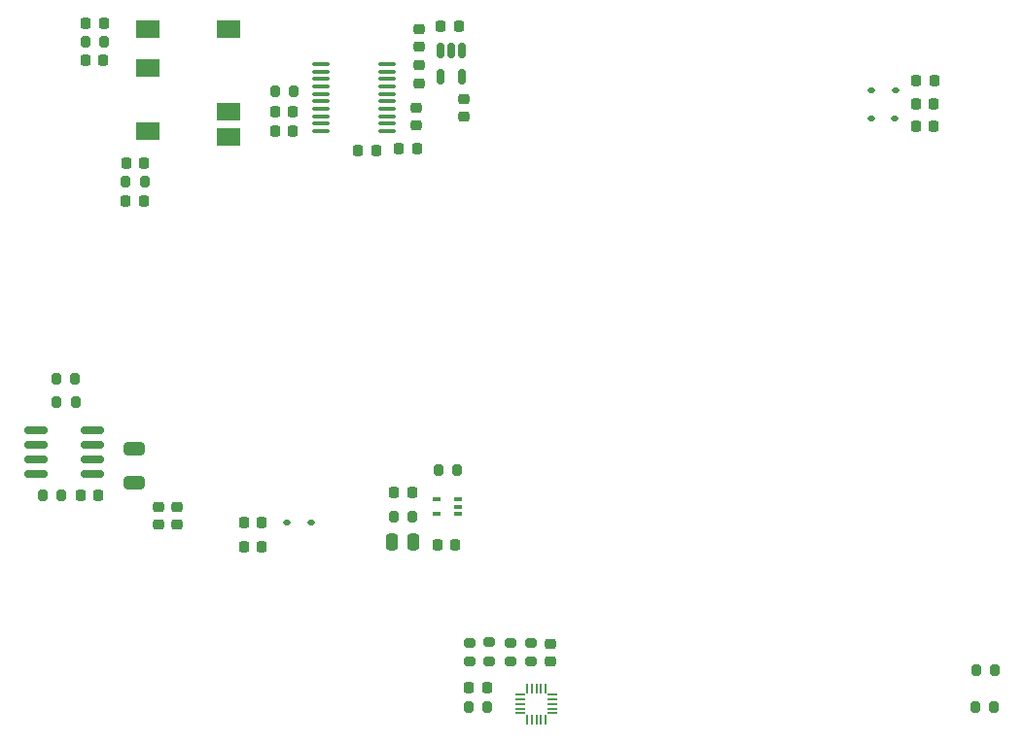
<source format=gbr>
%TF.GenerationSoftware,KiCad,Pcbnew,8.0.5*%
%TF.CreationDate,2024-11-07T12:09:30+00:00*%
%TF.ProjectId,RLab Keyboard,524c6162-204b-4657-9962-6f6172642e6b,rev?*%
%TF.SameCoordinates,Original*%
%TF.FileFunction,Paste,Top*%
%TF.FilePolarity,Positive*%
%FSLAX46Y46*%
G04 Gerber Fmt 4.6, Leading zero omitted, Abs format (unit mm)*
G04 Created by KiCad (PCBNEW 8.0.5) date 2024-11-07 12:09:30*
%MOMM*%
%LPD*%
G01*
G04 APERTURE LIST*
G04 Aperture macros list*
%AMRoundRect*
0 Rectangle with rounded corners*
0 $1 Rounding radius*
0 $2 $3 $4 $5 $6 $7 $8 $9 X,Y pos of 4 corners*
0 Add a 4 corners polygon primitive as box body*
4,1,4,$2,$3,$4,$5,$6,$7,$8,$9,$2,$3,0*
0 Add four circle primitives for the rounded corners*
1,1,$1+$1,$2,$3*
1,1,$1+$1,$4,$5*
1,1,$1+$1,$6,$7*
1,1,$1+$1,$8,$9*
0 Add four rect primitives between the rounded corners*
20,1,$1+$1,$2,$3,$4,$5,0*
20,1,$1+$1,$4,$5,$6,$7,0*
20,1,$1+$1,$6,$7,$8,$9,0*
20,1,$1+$1,$8,$9,$2,$3,0*%
%AMFreePoly0*
4,1,14,0.354215,0.088284,0.450784,-0.008285,0.462500,-0.036569,0.462500,-0.060000,0.450784,-0.088284,0.422500,-0.100000,-0.422500,-0.100000,-0.450784,-0.088284,-0.462500,-0.060000,-0.462500,0.060000,-0.450784,0.088284,-0.422500,0.100000,0.325931,0.100000,0.354215,0.088284,0.354215,0.088284,$1*%
%AMFreePoly1*
4,1,14,0.450784,0.088284,0.462500,0.060000,0.462500,0.036569,0.450784,0.008285,0.354215,-0.088284,0.325931,-0.100000,-0.422500,-0.100000,-0.450784,-0.088284,-0.462500,-0.060000,-0.462500,0.060000,-0.450784,0.088284,-0.422500,0.100000,0.422500,0.100000,0.450784,0.088284,0.450784,0.088284,$1*%
%AMFreePoly2*
4,1,14,0.088284,0.450784,0.100000,0.422500,0.100000,-0.422500,0.088284,-0.450784,0.060000,-0.462500,-0.060000,-0.462500,-0.088284,-0.450784,-0.100000,-0.422500,-0.100000,0.325931,-0.088284,0.354215,0.008285,0.450784,0.036569,0.462500,0.060000,0.462500,0.088284,0.450784,0.088284,0.450784,$1*%
%AMFreePoly3*
4,1,14,-0.008285,0.450784,0.088284,0.354215,0.100000,0.325931,0.100000,-0.422500,0.088284,-0.450784,0.060000,-0.462500,-0.060000,-0.462500,-0.088284,-0.450784,-0.100000,-0.422500,-0.100000,0.422500,-0.088284,0.450784,-0.060000,0.462500,-0.036569,0.462500,-0.008285,0.450784,-0.008285,0.450784,$1*%
%AMFreePoly4*
4,1,14,0.450784,0.088284,0.462500,0.060000,0.462500,-0.060000,0.450784,-0.088284,0.422500,-0.100000,-0.325931,-0.100000,-0.354215,-0.088284,-0.450784,0.008285,-0.462500,0.036569,-0.462500,0.060000,-0.450784,0.088284,-0.422500,0.100000,0.422500,0.100000,0.450784,0.088284,0.450784,0.088284,$1*%
%AMFreePoly5*
4,1,14,0.450784,0.088284,0.462500,0.060000,0.462500,-0.060000,0.450784,-0.088284,0.422500,-0.100000,-0.422500,-0.100000,-0.450784,-0.088284,-0.462500,-0.060000,-0.462500,-0.036569,-0.450784,-0.008285,-0.354215,0.088284,-0.325931,0.100000,0.422500,0.100000,0.450784,0.088284,0.450784,0.088284,$1*%
%AMFreePoly6*
4,1,14,0.088284,0.450784,0.100000,0.422500,0.100000,-0.325931,0.088284,-0.354215,-0.008285,-0.450784,-0.036569,-0.462500,-0.060000,-0.462500,-0.088284,-0.450784,-0.100000,-0.422500,-0.100000,0.422500,-0.088284,0.450784,-0.060000,0.462500,0.060000,0.462500,0.088284,0.450784,0.088284,0.450784,$1*%
%AMFreePoly7*
4,1,14,0.088284,0.450784,0.100000,0.422500,0.100000,-0.422500,0.088284,-0.450784,0.060000,-0.462500,0.036569,-0.462500,0.008285,-0.450784,-0.088284,-0.354215,-0.100000,-0.325931,-0.100000,0.422500,-0.088284,0.450784,-0.060000,0.462500,0.060000,0.462500,0.088284,0.450784,0.088284,0.450784,$1*%
G04 Aperture macros list end*
%ADD10RoundRect,0.150000X-0.150000X0.512500X-0.150000X-0.512500X0.150000X-0.512500X0.150000X0.512500X0*%
%ADD11RoundRect,0.200000X0.275000X-0.200000X0.275000X0.200000X-0.275000X0.200000X-0.275000X-0.200000X0*%
%ADD12RoundRect,0.200000X-0.200000X-0.275000X0.200000X-0.275000X0.200000X0.275000X-0.200000X0.275000X0*%
%ADD13RoundRect,0.200000X0.200000X0.275000X-0.200000X0.275000X-0.200000X-0.275000X0.200000X-0.275000X0*%
%ADD14RoundRect,0.225000X-0.225000X-0.250000X0.225000X-0.250000X0.225000X0.250000X-0.225000X0.250000X0*%
%ADD15RoundRect,0.225000X0.225000X0.250000X-0.225000X0.250000X-0.225000X-0.250000X0.225000X-0.250000X0*%
%ADD16RoundRect,0.150000X-0.825000X-0.150000X0.825000X-0.150000X0.825000X0.150000X-0.825000X0.150000X0*%
%ADD17RoundRect,0.225000X-0.250000X0.225000X-0.250000X-0.225000X0.250000X-0.225000X0.250000X0.225000X0*%
%ADD18RoundRect,0.250000X-0.250000X-0.475000X0.250000X-0.475000X0.250000X0.475000X-0.250000X0.475000X0*%
%ADD19RoundRect,0.100000X0.637500X0.100000X-0.637500X0.100000X-0.637500X-0.100000X0.637500X-0.100000X0*%
%ADD20RoundRect,0.100000X0.225000X0.100000X-0.225000X0.100000X-0.225000X-0.100000X0.225000X-0.100000X0*%
%ADD21RoundRect,0.112500X0.187500X0.112500X-0.187500X0.112500X-0.187500X-0.112500X0.187500X-0.112500X0*%
%ADD22R,2.000000X1.500000*%
%ADD23RoundRect,0.225000X0.250000X-0.225000X0.250000X0.225000X-0.250000X0.225000X-0.250000X-0.225000X0*%
%ADD24RoundRect,0.112500X-0.187500X-0.112500X0.187500X-0.112500X0.187500X0.112500X-0.187500X0.112500X0*%
%ADD25RoundRect,0.250000X0.650000X-0.325000X0.650000X0.325000X-0.650000X0.325000X-0.650000X-0.325000X0*%
%ADD26FreePoly0,270.000000*%
%ADD27RoundRect,0.050000X-0.050000X0.412500X-0.050000X-0.412500X0.050000X-0.412500X0.050000X0.412500X0*%
%ADD28FreePoly1,270.000000*%
%ADD29FreePoly2,270.000000*%
%ADD30RoundRect,0.050000X-0.412500X0.050000X-0.412500X-0.050000X0.412500X-0.050000X0.412500X0.050000X0*%
%ADD31FreePoly3,270.000000*%
%ADD32FreePoly4,270.000000*%
%ADD33FreePoly5,270.000000*%
%ADD34FreePoly6,270.000000*%
%ADD35FreePoly7,270.000000*%
G04 APERTURE END LIST*
D10*
%TO.C,U1*%
X139810000Y-54195000D03*
X138860000Y-54195000D03*
X137910000Y-54195000D03*
X137910000Y-56470000D03*
X139810000Y-56470000D03*
%TD*%
D11*
%TO.C,R2*%
X144002500Y-107457500D03*
X144002500Y-105807500D03*
%TD*%
D12*
%TO.C,R14*%
X107005000Y-53420000D03*
X108655000Y-53420000D03*
%TD*%
D13*
%TO.C,R7*%
X142047500Y-111412500D03*
X140397500Y-111412500D03*
%TD*%
D12*
%TO.C,R12*%
X104505000Y-84870000D03*
X106155000Y-84870000D03*
%TD*%
%TO.C,R11*%
X104475000Y-82840000D03*
X106125000Y-82840000D03*
%TD*%
D14*
%TO.C,C10*%
X133915000Y-92690000D03*
X135465000Y-92690000D03*
%TD*%
D15*
%TO.C,C3*%
X141987500Y-109702500D03*
X140437500Y-109702500D03*
%TD*%
D16*
%TO.C,U5*%
X102687499Y-87262500D03*
X102687499Y-88532500D03*
X102687499Y-89802500D03*
X102687499Y-91072500D03*
X107637499Y-91072500D03*
X107637499Y-89802500D03*
X107637499Y-88532500D03*
X107637499Y-87262500D03*
%TD*%
D17*
%TO.C,C26*%
X115010000Y-93965000D03*
X115010000Y-95515000D03*
%TD*%
D14*
%TO.C,C14*%
X123565000Y-61240000D03*
X125115000Y-61240000D03*
%TD*%
D11*
%TO.C,R1*%
X142212500Y-107437500D03*
X142212500Y-105787500D03*
%TD*%
D13*
%TO.C,R9*%
X135525000Y-94820000D03*
X133875000Y-94820000D03*
%TD*%
%TO.C,R15*%
X104945000Y-92980000D03*
X103295000Y-92980000D03*
%TD*%
D14*
%TO.C,C21*%
X106585000Y-92960000D03*
X108135000Y-92960000D03*
%TD*%
D18*
%TO.C,C11*%
X133700000Y-97020000D03*
X135600000Y-97020000D03*
%TD*%
D15*
%TO.C,C6*%
X180925000Y-56850000D03*
X179375000Y-56850000D03*
%TD*%
%TO.C,C15*%
X122355000Y-95320000D03*
X120805000Y-95320000D03*
%TD*%
D14*
%TO.C,C24*%
X107065000Y-51780000D03*
X108615000Y-51780000D03*
%TD*%
%TO.C,C22*%
X123555000Y-59500000D03*
X125105000Y-59500000D03*
%TD*%
D19*
%TO.C,U4*%
X133280000Y-61210000D03*
X133280000Y-60560000D03*
X133280000Y-59910000D03*
X133280000Y-59260000D03*
X133280000Y-58610000D03*
X133280000Y-57960000D03*
X133280000Y-57310000D03*
X133280000Y-56660000D03*
X133280000Y-56010000D03*
X133280000Y-55360000D03*
X127555000Y-55360000D03*
X127555000Y-56010000D03*
X127555000Y-56660000D03*
X127555000Y-57310000D03*
X127555000Y-57960000D03*
X127555000Y-58610000D03*
X127555000Y-59260000D03*
X127555000Y-59910000D03*
X127555000Y-60560000D03*
X127555000Y-61210000D03*
%TD*%
D11*
%TO.C,R4*%
X140452500Y-107457500D03*
X140452500Y-105807500D03*
%TD*%
D12*
%TO.C,R13*%
X110520000Y-65640000D03*
X112170000Y-65640000D03*
%TD*%
D14*
%TO.C,C1*%
X120825000Y-97430000D03*
X122375000Y-97430000D03*
%TD*%
D20*
%TO.C,U3*%
X139490000Y-94590000D03*
X139490000Y-93940000D03*
X139490000Y-93290000D03*
X137590000Y-93290000D03*
X137590000Y-94590000D03*
%TD*%
D21*
%TO.C,D2*%
X177512500Y-60130000D03*
X175412500Y-60130000D03*
%TD*%
D22*
%TO.C,J17*%
X112500000Y-52300000D03*
X119500000Y-52300000D03*
X112500000Y-55700000D03*
X119500000Y-59500000D03*
X112500000Y-61200000D03*
X119500000Y-61700000D03*
%TD*%
D23*
%TO.C,C4*%
X147547500Y-107427500D03*
X147547500Y-105877500D03*
%TD*%
D12*
%TO.C,R5*%
X184505000Y-111390000D03*
X186155000Y-111390000D03*
%TD*%
D14*
%TO.C,C13*%
X110610000Y-64010000D03*
X112160000Y-64010000D03*
%TD*%
%TO.C,C2*%
X137985000Y-52060000D03*
X139535000Y-52060000D03*
%TD*%
D23*
%TO.C,C27*%
X113400000Y-95510000D03*
X113400000Y-93960000D03*
%TD*%
D21*
%TO.C,D1*%
X177532500Y-57680000D03*
X175432500Y-57680000D03*
%TD*%
D17*
%TO.C,C5*%
X140000000Y-58405000D03*
X140000000Y-59955000D03*
%TD*%
D24*
%TO.C,D3*%
X124602500Y-95320000D03*
X126702500Y-95320000D03*
%TD*%
D12*
%TO.C,R6*%
X184555000Y-108220000D03*
X186205000Y-108220000D03*
%TD*%
%TO.C,R10*%
X123525000Y-57720000D03*
X125175000Y-57720000D03*
%TD*%
D25*
%TO.C,C23*%
X111260000Y-91825000D03*
X111260000Y-88875000D03*
%TD*%
D17*
%TO.C,C20*%
X135840000Y-59195000D03*
X135840000Y-60745000D03*
%TD*%
D26*
%TO.C,U2*%
X147100000Y-109770000D03*
D27*
X146700000Y-109770000D03*
X146300000Y-109770000D03*
X145900000Y-109770000D03*
D28*
X145500000Y-109770000D03*
D29*
X144912500Y-110357500D03*
D30*
X144912500Y-110757500D03*
X144912500Y-111157500D03*
X144912500Y-111557500D03*
D31*
X144912500Y-111957500D03*
D32*
X145500000Y-112545000D03*
D27*
X145900000Y-112545000D03*
X146300000Y-112545000D03*
X146700000Y-112545000D03*
D33*
X147100000Y-112545000D03*
D34*
X147687500Y-111957500D03*
D30*
X147687500Y-111557500D03*
X147687500Y-111157500D03*
X147687500Y-110757500D03*
D35*
X147687500Y-110357500D03*
%TD*%
D15*
%TO.C,C7*%
X180875000Y-58860000D03*
X179325000Y-58860000D03*
%TD*%
%TO.C,C8*%
X180875000Y-60790000D03*
X179325000Y-60790000D03*
%TD*%
D17*
%TO.C,C18*%
X136040000Y-52315000D03*
X136040000Y-53865000D03*
%TD*%
D14*
%TO.C,C25*%
X110545000Y-67310000D03*
X112095000Y-67310000D03*
%TD*%
%TO.C,C16*%
X107055000Y-55040000D03*
X108605000Y-55040000D03*
%TD*%
D15*
%TO.C,C17*%
X132335000Y-62880000D03*
X130785000Y-62880000D03*
%TD*%
D12*
%TO.C,R8*%
X137735000Y-90790000D03*
X139385000Y-90790000D03*
%TD*%
D11*
%TO.C,R3*%
X145802500Y-107452500D03*
X145802500Y-105802500D03*
%TD*%
D23*
%TO.C,C19*%
X136040000Y-57035000D03*
X136040000Y-55485000D03*
%TD*%
D15*
%TO.C,C9*%
X139250000Y-97310000D03*
X137700000Y-97310000D03*
%TD*%
%TO.C,C12*%
X135895000Y-62730000D03*
X134345000Y-62730000D03*
%TD*%
M02*

</source>
